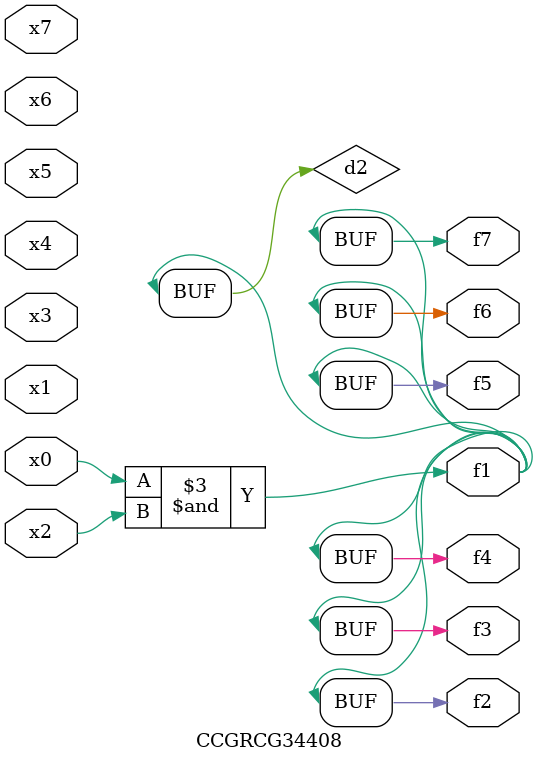
<source format=v>
module CCGRCG34408(
	input x0, x1, x2, x3, x4, x5, x6, x7,
	output f1, f2, f3, f4, f5, f6, f7
);

	wire d1, d2;

	nor (d1, x3, x6);
	and (d2, x0, x2);
	assign f1 = d2;
	assign f2 = d2;
	assign f3 = d2;
	assign f4 = d2;
	assign f5 = d2;
	assign f6 = d2;
	assign f7 = d2;
endmodule

</source>
